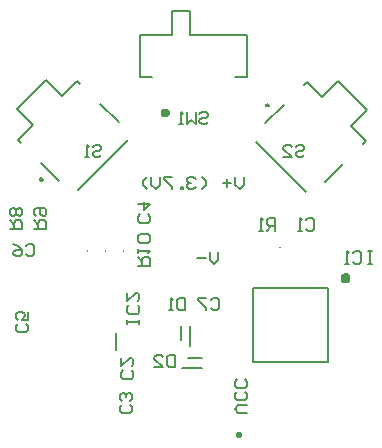
<source format=gbo>
%FSTAX23Y23*%
%MOIN*%
%SFA1B1*%

%IPPOS*%
%ADD10C,0.007870*%
%ADD12C,0.007000*%
%ADD36C,0.010000*%
%ADD78C,0.001970*%
%ADD79C,0.015750*%
%LNpcb1-1*%
%LPD*%
G54D10*
X02596Y02923D02*
D01*
X02596Y02923*
X02595Y02924*
X02595Y02924*
X02595Y02924*
X02595Y02924*
X02594Y02924*
X02594Y02924*
X02594Y02924*
X02594Y02924*
X02593Y02924*
X02593Y02924*
X02593Y02924*
X02593Y02924*
X02592Y02924*
X02592Y02924*
X02592Y02924*
X02592Y02924*
X02591Y02924*
X02591Y02924*
X02591Y02924*
X02591Y02923*
X0259Y02923*
X0259Y02923*
X0259Y02923*
X0259Y02923*
X0259Y02922*
X0259Y02922*
X02589Y02922*
X02589Y02922*
X02589Y02921*
X02589Y02921*
X02589Y02921*
X02589Y02921*
X02589Y0292*
X02589Y0292*
X02589Y0292*
X02589Y0292*
X02589Y02919*
X02589Y02919*
X02589Y02919*
X0259Y02918*
X0259Y02918*
X0259Y02918*
X0259Y02918*
X0259Y02918*
D01*
X0259Y02917*
X02591Y02917*
X02591Y02917*
X02591Y02917*
X02591Y02917*
X02592Y02917*
X02592Y02917*
X02592Y02917*
X02592Y02917*
X02593Y02916*
X02593Y02916*
X02593Y02916*
X02594Y02916*
X02594Y02917*
X02594Y02917*
X02594Y02917*
X02595Y02917*
X02595Y02917*
X02595Y02917*
X02595Y02917*
X02596Y02917*
X02596Y02918*
X02596Y02918*
X02596Y02918*
X02596Y02918*
X02596Y02918*
X02597Y02919*
X02597Y02919*
X02597Y02919*
X02597Y02919*
X02597Y0292*
X02597Y0292*
X02597Y0292*
X02597Y0292*
X02597Y02921*
X02597Y02921*
X02597Y02921*
X02597Y02922*
X02597Y02922*
X02597Y02922*
X02596Y02922*
X02596Y02923*
X02596Y02923*
X02596Y02923*
X02596Y02923*
X03349Y03164D02*
D01*
X0335Y03165*
X0335Y03165*
X0335Y03165*
X0335Y03165*
X0335Y03166*
X0335Y03166*
X0335Y03166*
X03351Y03166*
X03351Y03167*
X03351Y03167*
X03351Y03167*
X03351Y03167*
X03351Y03168*
X03351Y03168*
X0335Y03168*
X0335Y03169*
X0335Y03169*
X0335Y03169*
X0335Y03169*
X0335Y03169*
X0335Y0317*
X0335Y0317*
X03349Y0317*
X03349Y0317*
X03349Y0317*
X03349Y03171*
X03348Y03171*
X03348Y03171*
X03348Y03171*
X03348Y03171*
X03347Y03171*
X03347Y03171*
X03347Y03171*
X03347Y03171*
X03346Y03171*
X03346Y03171*
X03346Y03171*
X03346Y03171*
X03345Y03171*
X03345Y03171*
X03345Y03171*
X03345Y03171*
X03344Y0317*
X03344Y0317*
X03344Y0317*
X03344Y0317*
D01*
X03344Y0317*
X03344Y0317*
X03343Y03169*
X03343Y03169*
X03343Y03169*
X03343Y03169*
X03343Y03168*
X03343Y03168*
X03343Y03168*
X03343Y03168*
X03343Y03167*
X03343Y03167*
X03343Y03167*
X03343Y03166*
X03343Y03166*
X03343Y03166*
X03343Y03166*
X03343Y03165*
X03343Y03165*
X03343Y03165*
X03344Y03165*
X03344Y03165*
X03344Y03164*
X03344Y03164*
X03344Y03164*
X03345Y03164*
X03345Y03164*
X03345Y03164*
X03345Y03164*
X03346Y03163*
X03346Y03163*
X03346Y03163*
X03346Y03163*
X03347Y03163*
X03347Y03163*
X03347Y03163*
X03348Y03163*
X03348Y03163*
X03348Y03164*
X03348Y03164*
X03349Y03164*
X03349Y03164*
X03349Y03164*
X03349Y03164*
X03349Y03164*
X03062Y02291D02*
X03128D01*
X03081Y02323D02*
X03128D01*
X0309Y02365D02*
Y0243D01*
X03059Y02383D02*
Y0243D01*
X033Y02559D02*
X03549D01*
X033Y0231D02*
Y02559D01*
Y0231D02*
X03549D01*
Y02559*
X02843Y0235D02*
Y02408D01*
X03237Y0326D02*
X03277D01*
X02922D02*
X02962D01*
X02922D02*
Y03401D01*
X03029*
Y0348*
X03088*
Y03401D02*
Y0348D01*
Y03401D02*
X03277D01*
Y0326D02*
Y03401D01*
X02714Y02883D02*
X02881Y0305D01*
X02592Y02975D02*
X02653Y02913D01*
X02789Y03172D02*
X02851Y03111D01*
X02515Y03051D02*
X02525Y03042D01*
X02515Y03051D02*
X02565Y03101D01*
X02512Y03154D02*
X02565Y03101D01*
X02512Y03154D02*
X0261Y03252D01*
X02663Y03199*
X02713Y03249*
X02723Y03239*
X03309Y03046D02*
X03476Y02879D01*
X0334Y03107D02*
X03401Y03169D01*
X03537Y0291D02*
X03599Y02971D01*
X03468Y03235D02*
X03478Y03245D01*
X03528Y03195*
X03581Y03248*
X03678Y03151*
X03625Y03098D02*
X03678Y03151D01*
X03625Y03098D02*
X03675Y03048D01*
X03665Y03038D02*
X03675Y03048D01*
G54D12*
X03278Y02142D02*
X0325D01*
X03237Y02155*
X0325Y02169*
X03278*
X03271Y02211D02*
X03278Y02204D01*
Y0219*
X03271Y02183*
X03244*
X03237Y0219*
Y02204*
X03244Y02211*
X03271Y02253D02*
X03278Y02246D01*
Y02232*
X03271Y02225*
X03244*
X03237Y02232*
Y02246*
X03244Y02253*
X03268Y02928D02*
Y02901D01*
X03254Y02887*
X0324Y02901*
Y02928*
X03226Y02907D02*
X03198D01*
X03212Y02921D02*
Y02894D01*
X03128Y02887D02*
X03142Y02901D01*
Y02914*
X03128Y02928*
X03107Y02921D02*
X031Y02928D01*
X03086*
X03079Y02921*
Y02914*
X03086Y02907*
X03093*
X03086*
X03079Y02901*
Y02894*
X03086Y02887*
X031*
X03107Y02894*
X03065Y02887D02*
Y02894D01*
X03058*
Y02887*
X03065*
X0303Y02928D02*
X03002D01*
Y02921*
X0303Y02894*
Y02887*
X02988Y02928D02*
Y02901D01*
X02974Y02887*
X0296Y02901*
Y02928*
X02946Y02887D02*
X02932Y02901D01*
Y02914*
X02946Y02928*
X03183Y02678D02*
Y02651D01*
X03169Y02637*
X03155Y02651*
Y02678*
X03141Y02657D02*
X03113D01*
X03157Y02519D02*
X03164Y02525D01*
X03177*
X03184Y02519*
Y02491*
X03177Y02484*
X03164*
X03157Y02491*
X03143Y02525D02*
X03115D01*
Y02519*
X03143Y02491*
Y02484*
X0312Y03138D02*
X03127Y03145D01*
X03141*
X03148Y03138*
Y03132*
X03141Y03125*
X03127*
X0312Y03118*
Y03111*
X03127Y03104*
X03141*
X03148Y03111*
X03107Y03145D02*
Y03104D01*
X03093Y03118*
X03079Y03104*
Y03145*
X03065Y03104D02*
X03051D01*
X03058*
Y03145*
X03065Y03138*
X03442Y03029D02*
X03449Y03035D01*
X03462*
X03469Y03029*
Y03022*
X03462Y03015*
X03449*
X03442Y03008*
Y03001*
X03449Y02994*
X03462*
X03469Y03001*
X034Y02994D02*
X03428D01*
X034Y03022*
Y03029*
X03407Y03035*
X03421*
X03428Y03029*
X02765D02*
X02772Y03035D01*
X02785*
X02792Y03029*
Y03022*
X02785Y03015*
X02772*
X02765Y03008*
Y03001*
X02772Y02994*
X02785*
X02792Y03001*
X02751Y02994D02*
X02737D01*
X02744*
Y03035*
X02751Y03029*
X02914Y02632D02*
X02955D01*
Y02653*
X02949Y0266*
X02935*
X02928Y02653*
Y02632*
Y02646D02*
X02914Y0266D01*
Y02674D02*
Y02688D01*
Y02681*
X02955*
X02949Y02674*
Y02709D02*
X02955Y02716D01*
Y0273*
X02949Y02737*
X02921*
X02914Y0273*
Y02716*
X02921Y02709*
X02949*
X02569Y02755D02*
X0261D01*
Y02776*
X02604Y02783*
X0259*
X02583Y02776*
Y02755*
Y02769D02*
X02569Y02783D01*
X02576Y02797D02*
X02569Y02803D01*
Y02817*
X02576Y02824*
X02604*
X0261Y02817*
Y02803*
X02604Y02797*
X02597*
X0259Y02803*
Y02824*
X02489Y02755D02*
X0253D01*
Y02776*
X02523Y02783*
X0251*
X02503Y02776*
Y02755*
Y02769D02*
X02489Y02783D01*
X02523Y02797D02*
X0253Y02803D01*
Y02817*
X02523Y02824*
X02517*
X0251Y02817*
X02503Y02824*
X02496*
X02489Y02817*
Y02803*
X02496Y02797*
X02503*
X0251Y02803*
X02517Y02797*
X02523*
X0251Y02803D02*
Y02817D01*
X03372Y02749D02*
Y0279D01*
X03352*
X03345Y02783*
Y0277*
X03352Y02763*
X03372*
X03358D02*
X03345Y02749D01*
X03331D02*
X03317D01*
X03324*
Y0279*
X03331Y02783*
X0292Y02437D02*
Y02451D01*
Y02444*
X02879*
Y02437*
Y02451*
X02914Y025D02*
X0292Y02493D01*
Y02479*
X02914Y02472*
X02886*
X02879Y02479*
Y02493*
X02886Y025*
X02879Y02542D02*
Y02514D01*
X02907Y02542*
X02914*
X0292Y02535*
Y02521*
X02914Y02514*
X03695Y0268D02*
X03681D01*
X03688*
Y02639*
X03695*
X03681*
X03632Y02674D02*
X03639Y0268D01*
X03653*
X0366Y02674*
Y02646*
X03653Y02639*
X03639*
X03632Y02646*
X03618Y02639D02*
X03604D01*
X03611*
Y0268*
X03618Y02674*
X03039Y02335D02*
Y02294D01*
X03019*
X03012Y02301*
Y02328*
X03019Y02335*
X03039*
X0297Y02294D02*
X02998D01*
X0297Y02322*
Y02328*
X02977Y02335*
X02991*
X02998Y02328*
X03072Y02525D02*
Y02484D01*
X03052*
X03045Y02491*
Y02519*
X03052Y02525*
X03072*
X03031Y02484D02*
X03017D01*
X03024*
Y02525*
X03031Y02519*
X02542Y02699D02*
X02549Y02705D01*
X02562*
X02569Y02699*
Y02671*
X02562Y02664*
X02549*
X02542Y02671*
X025Y02705D02*
X02514Y02699D01*
X02528Y02685*
Y02671*
X02521Y02664*
X02507*
X025Y02671*
Y02678*
X02507Y02685*
X02528*
X02543Y02438D02*
X0255Y02431D01*
Y02417*
X02543Y0241*
X02516*
X02509Y02417*
Y02431*
X02516Y02438*
X0255Y02479D02*
Y02452D01*
X0253*
X02537Y02465*
Y02472*
X0253Y02479*
X02516*
X02509Y02472*
Y02459*
X02516Y02452*
X02949Y02803D02*
X02955Y02796D01*
Y02782*
X02949Y02775*
X02921*
X02914Y02782*
Y02796*
X02921Y02803*
X02914Y02837D02*
X02955D01*
X02935Y02817*
Y02844*
X02888Y02168D02*
X02895Y02161D01*
Y02147*
X02888Y0214*
X02861*
X02854Y02147*
Y02161*
X02861Y02168*
X02888Y02182D02*
X02895Y02188D01*
Y02202*
X02888Y02209*
X02882*
X02875Y02202*
Y02195*
Y02202*
X02868Y02209*
X02861*
X02854Y02202*
Y02188*
X02861Y02182*
X02894Y02283D02*
X029Y02276D01*
Y02262*
X02894Y02255*
X02866*
X02859Y02262*
Y02276*
X02866Y02283*
X02859Y02324D02*
Y02297D01*
X02887Y02324*
X02894*
X029Y02317*
Y02303*
X02894Y02297*
X03475Y02783D02*
X03482Y0279D01*
X03495*
X03502Y02783*
Y02756*
X03495Y02749*
X03482*
X03475Y02756*
X03461Y02749D02*
X03447D01*
X03454*
Y0279*
X03461Y02783*
G54D36*
X03245Y02065D02*
Y02075D01*
X03255*
Y02065*
X03245*
G54D78*
X03387Y02695D02*
D01*
X03387Y02695*
X03387Y02695*
X03387Y02695*
X03387Y02695*
X03387Y02695*
X03387Y02695*
X03386Y02695*
X03386Y02695*
X03386Y02695*
X03386Y02695*
X03386Y02695*
X03386Y02695*
X03386Y02695*
X03386Y02695*
X03386Y02695*
X03386Y02695*
X03386Y02695*
X03386Y02695*
X03386Y02695*
X03386Y02695*
X03386Y02695*
X03386Y02695*
Y02694*
X03386Y02694*
X03386Y02694*
X03386Y02694*
X03386Y02694*
X03386Y02694*
X03386Y02694*
X03386Y02694*
X03386Y02694*
X03386Y02694*
X03386Y02694*
X03386Y02694*
X03386Y02694*
X03386Y02694*
X03386Y02694*
X03386Y02694*
X03387Y02694*
X03387Y02694*
X03387Y02694*
X03387Y02694*
X03387Y02694*
X03387Y02694*
X03387Y02694*
D01*
X03387Y02694*
X03387Y02694*
X03387Y02694*
X03387Y02694*
X03387Y02694*
X03387Y02694*
X03387Y02694*
X03387Y02694*
X03387Y02694*
X03388Y02694*
X03388Y02694*
X03388Y02694*
X03388Y02694*
X03388Y02694*
X03388Y02694*
X03388Y02694*
X03388Y02694*
X03388Y02694*
X03388Y02694*
X03388Y02694*
X03388Y02694*
X03388Y02694*
Y02695*
X03388Y02695*
X03388Y02695*
X03388Y02695*
X03388Y02695*
X03388Y02695*
X03388Y02695*
X03388Y02695*
X03388Y02695*
X03388Y02695*
X03388Y02695*
X03388Y02695*
X03388Y02695*
X03387Y02695*
X03387Y02695*
X03387Y02695*
X03387Y02695*
X03387Y02695*
X03387Y02695*
X03387Y02695*
X03387Y02695*
X03387Y02695*
X03387Y02695*
X02865Y02682D02*
D01*
X02865Y02682*
X02865Y02682*
X02865Y02682*
X02865Y02682*
X02865Y02682*
X02865Y02682*
X02865Y02682*
X02865Y02682*
X02865Y02683*
X02865Y02683*
X02865Y02683*
X02865Y02683*
X02865Y02683*
X02865Y02683*
X02865Y02683*
X02865Y02683*
X02865Y02683*
X02865Y02683*
X02865Y02683*
X02865Y02683*
X02865Y02683*
X02865Y02683*
X02864*
X02864Y02683*
X02864Y02683*
X02864Y02683*
X02864Y02683*
X02864Y02683*
X02864Y02683*
X02864Y02683*
X02864Y02683*
X02864Y02683*
X02864Y02683*
X02864Y02683*
X02864Y02683*
X02864Y02683*
X02864Y02682*
X02864Y02682*
X02864Y02682*
X02864Y02682*
X02864Y02682*
X02864Y02682*
X02864Y02682*
X02864Y02682*
X02864Y02682*
D01*
X02864Y02682*
X02864Y02682*
X02864Y02682*
X02864Y02682*
X02864Y02682*
X02864Y02682*
X02864Y02681*
X02864Y02681*
X02864Y02681*
X02864Y02681*
X02864Y02681*
X02864Y02681*
X02864Y02681*
X02864Y02681*
X02864Y02681*
X02864Y02681*
X02864Y02681*
X02864Y02681*
X02864Y02681*
X02864Y02681*
X02864Y02681*
X02864Y02681*
X02865*
X02865Y02681*
X02865Y02681*
X02865Y02681*
X02865Y02681*
X02865Y02681*
X02865Y02681*
X02865Y02681*
X02865Y02681*
X02865Y02681*
X02865Y02681*
X02865Y02681*
X02865Y02681*
X02865Y02681*
X02865Y02681*
X02865Y02681*
X02865Y02682*
X02865Y02682*
X02865Y02682*
X02865Y02682*
X02865Y02682*
X02865Y02682*
X02865Y02682*
X02805Y02682D02*
D01*
X02805Y02682*
X02805Y02682*
X02805Y02682*
X02805Y02682*
X02805Y02682*
X02805Y02682*
X02805Y02683*
X02805Y02683*
X02805Y02683*
X02805Y02683*
X02805Y02683*
X02805Y02683*
X02805Y02683*
X02805Y02683*
X02805Y02683*
X02805Y02683*
X02805Y02683*
X02805Y02683*
X02805Y02683*
X02805Y02683*
X02805Y02683*
X02805Y02683*
X02804*
X02804Y02683*
X02804Y02683*
X02804Y02683*
X02804Y02683*
X02804Y02683*
X02804Y02683*
X02804Y02683*
X02804Y02683*
X02804Y02683*
X02804Y02683*
X02804Y02683*
X02804Y02683*
X02804Y02683*
X02804Y02683*
X02804Y02683*
X02804Y02682*
X02804Y02682*
X02804Y02682*
X02804Y02682*
X02804Y02682*
X02804Y02682*
X02804Y02682*
D01*
X02804Y02682*
X02804Y02682*
X02804Y02682*
X02804Y02682*
X02804Y02682*
X02804Y02682*
X02804Y02682*
X02804Y02682*
X02804Y02682*
X02804Y02681*
X02804Y02681*
X02804Y02681*
X02804Y02681*
X02804Y02681*
X02804Y02681*
X02804Y02681*
X02804Y02681*
X02804Y02681*
X02804Y02681*
X02804Y02681*
X02804Y02681*
X02804Y02681*
X02805*
X02805Y02681*
X02805Y02681*
X02805Y02681*
X02805Y02681*
X02805Y02681*
X02805Y02681*
X02805Y02681*
X02805Y02681*
X02805Y02681*
X02805Y02681*
X02805Y02681*
X02805Y02681*
X02805Y02682*
X02805Y02682*
X02805Y02682*
X02805Y02682*
X02805Y02682*
X02805Y02682*
X02805Y02682*
X02805Y02682*
X02805Y02682*
X02805Y02682*
X02745D02*
D01*
X02745Y02682*
X02745Y02682*
X02745Y02682*
X02745Y02682*
X02745Y02682*
X02745Y02682*
X02745Y02683*
X02745Y02683*
X02745Y02683*
X02745Y02683*
X02745Y02683*
X02745Y02683*
X02745Y02683*
X02745Y02683*
X02745Y02683*
X02745Y02683*
X02745Y02683*
X02745Y02683*
X02745Y02683*
X02745Y02683*
X02745Y02683*
X02745Y02683*
X02744*
X02744Y02683*
X02744Y02683*
X02744Y02683*
X02744Y02683*
X02744Y02683*
X02744Y02683*
X02744Y02683*
X02744Y02683*
X02744Y02683*
X02744Y02683*
X02744Y02683*
X02744Y02683*
X02744Y02683*
X02744Y02683*
X02744Y02683*
X02744Y02682*
X02744Y02682*
X02744Y02682*
X02744Y02682*
X02744Y02682*
X02744Y02682*
X02744Y02682*
D01*
X02744Y02682*
X02744Y02682*
X02744Y02682*
X02744Y02682*
X02744Y02682*
X02744Y02682*
X02744Y02682*
X02744Y02682*
X02744Y02682*
X02744Y02681*
X02744Y02681*
X02744Y02681*
X02744Y02681*
X02744Y02681*
X02744Y02681*
X02744Y02681*
X02744Y02681*
X02744Y02681*
X02744Y02681*
X02744Y02681*
X02744Y02681*
X02744Y02681*
X02745*
X02745Y02681*
X02745Y02681*
X02745Y02681*
X02745Y02681*
X02745Y02681*
X02745Y02681*
X02745Y02681*
X02745Y02681*
X02745Y02681*
X02745Y02681*
X02745Y02681*
X02745Y02681*
X02745Y02682*
X02745Y02682*
X02745Y02682*
X02745Y02682*
X02745Y02682*
X02745Y02682*
X02745Y02682*
X02745Y02682*
X02745Y02682*
X02745Y02682*
G54D79*
X03613Y02592D02*
D01*
X03613Y02593*
X03613Y02593*
X03613Y02594*
X03613Y02594*
X03613Y02595*
X03613Y02595*
X03613Y02596*
X03612Y02596*
X03612Y02597*
X03612Y02597*
X03611Y02597*
X03611Y02598*
X0361Y02598*
X0361Y02599*
X0361Y02599*
X03609Y02599*
X03609Y02599*
X03608Y02599*
X03608Y026*
X03607Y026*
X03606Y026*
X03606Y026*
X03605*
X03605Y026*
X03604Y026*
X03604Y026*
X03603Y02599*
X03603Y02599*
X03602Y02599*
X03602Y02599*
X03601Y02599*
X03601Y02598*
X036Y02598*
X036Y02597*
X036Y02597*
X03599Y02597*
X03599Y02596*
X03599Y02596*
X03598Y02595*
X03598Y02595*
X03598Y02594*
X03598Y02594*
X03598Y02593*
X03598Y02593*
X03598Y02592*
X03598Y02591*
X03598Y02591*
X03598Y0259*
X03598Y0259*
X03598Y02589*
X03598Y02589*
X03599Y02588*
X03599Y02588*
X03599Y02587*
X036Y02587*
X036Y02587*
X036Y02586*
X03601Y02586*
X03601Y02585*
X03602Y02585*
X03602Y02585*
X03603Y02585*
X03603Y02584*
X03604Y02584*
X03604Y02584*
X03605Y02584*
X03605Y02584*
X03606*
X03606Y02584*
X03607Y02584*
X03608Y02584*
X03608Y02584*
X03609Y02585*
X03609Y02585*
X0361Y02585*
X0361Y02585*
X0361Y02586*
X03611Y02586*
X03611Y02587*
X03612Y02587*
X03612Y02587*
X03612Y02588*
X03613Y02588*
X03613Y02589*
X03613Y02589*
X03613Y0259*
X03613Y0259*
X03613Y02591*
X03613Y02591*
X03613Y02592*
X03012Y03143D02*
D01*
X03011Y03143*
X03011Y03144*
X03011Y03144*
X03011Y03145*
X03011Y03145*
X03011Y03146*
X03011Y03146*
X03011Y03146*
X0301Y03147*
X0301Y03147*
X0301Y03147*
X03009Y03148*
X03009Y03148*
X03009Y03148*
X03008Y03149*
X03008Y03149*
X03007Y03149*
X03007Y03149*
X03007Y03149*
X03006Y03149*
X03006Y03149*
X03005Y03149*
X03005*
X03004Y03149*
X03004Y03149*
X03003Y03149*
X03003Y03149*
X03003Y03149*
X03002Y03149*
X03002Y03149*
X03001Y03148*
X03001Y03148*
X03001Y03148*
X03Y03147*
X03Y03147*
X03Y03147*
X03Y03146*
X02999Y03146*
X02999Y03146*
X02999Y03145*
X02999Y03145*
X02999Y03144*
X02999Y03144*
X02999Y03143*
X02999Y03143*
X02999Y03143*
X02999Y03142*
X02999Y03142*
X02999Y03141*
X02999Y03141*
X02999Y0314*
X02999Y0314*
X03Y0314*
X03Y03139*
X03Y03139*
X03Y03138*
X03001Y03138*
X03001Y03138*
X03001Y03138*
X03002Y03137*
X03002Y03137*
X03003Y03137*
X03003Y03137*
X03003Y03137*
X03004Y03137*
X03004Y03137*
X03005Y03137*
X03005*
X03006Y03137*
X03006Y03137*
X03007Y03137*
X03007Y03137*
X03007Y03137*
X03008Y03137*
X03008Y03137*
X03009Y03138*
X03009Y03138*
X03009Y03138*
X0301Y03138*
X0301Y03139*
X0301Y03139*
X03011Y0314*
X03011Y0314*
X03011Y0314*
X03011Y03141*
X03011Y03141*
X03011Y03142*
X03011Y03142*
X03011Y03143*
X03012Y03143*
M02*
</source>
